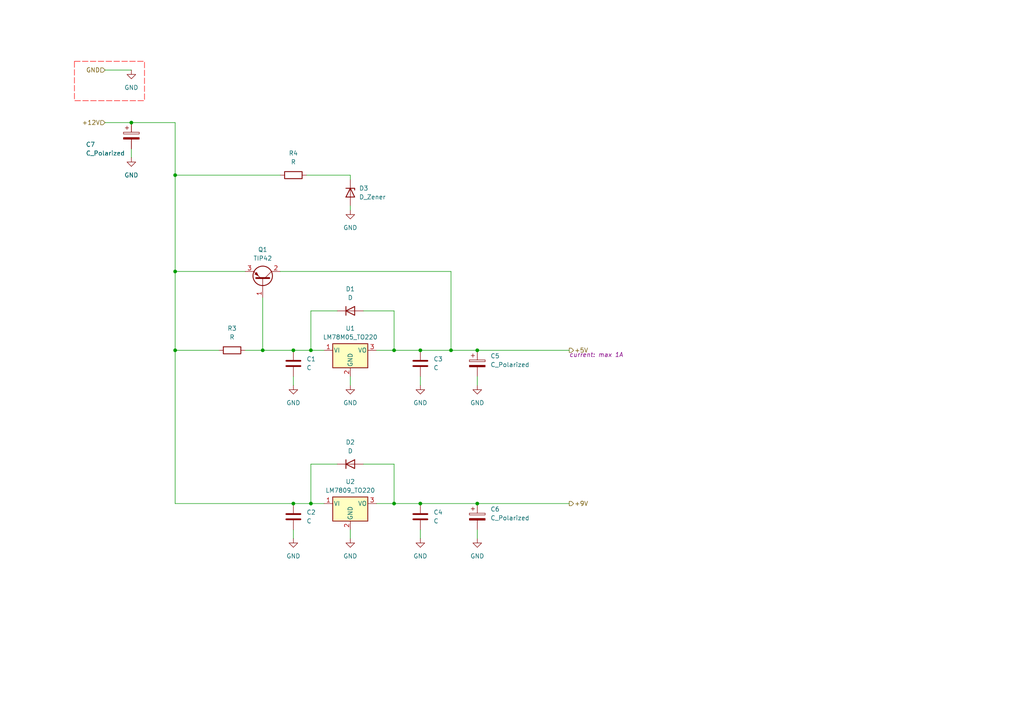
<source format=kicad_sch>
(kicad_sch
	(version 20250114)
	(generator "eeschema")
	(generator_version "9.0")
	(uuid "5ca70ecd-8029-4197-a007-61616533d853")
	(paper "A4")
	(title_block
		(title "POWER SUPPLY")
		(date "2025-09-25")
		(rev "v0.0.2")
		(company "Dag-Electronics")
	)
	(lib_symbols
		(symbol "Device:C"
			(pin_numbers
				(hide yes)
			)
			(pin_names
				(offset 0.254)
			)
			(exclude_from_sim no)
			(in_bom yes)
			(on_board yes)
			(property "Reference" "C"
				(at 0.635 2.54 0)
				(effects
					(font
						(size 1.27 1.27)
					)
					(justify left)
				)
			)
			(property "Value" "C"
				(at 0.635 -2.54 0)
				(effects
					(font
						(size 1.27 1.27)
					)
					(justify left)
				)
			)
			(property "Footprint" ""
				(at 0.9652 -3.81 0)
				(effects
					(font
						(size 1.27 1.27)
					)
					(hide yes)
				)
			)
			(property "Datasheet" "~"
				(at 0 0 0)
				(effects
					(font
						(size 1.27 1.27)
					)
					(hide yes)
				)
			)
			(property "Description" "Unpolarized capacitor"
				(at 0 0 0)
				(effects
					(font
						(size 1.27 1.27)
					)
					(hide yes)
				)
			)
			(property "ki_keywords" "cap capacitor"
				(at 0 0 0)
				(effects
					(font
						(size 1.27 1.27)
					)
					(hide yes)
				)
			)
			(property "ki_fp_filters" "C_*"
				(at 0 0 0)
				(effects
					(font
						(size 1.27 1.27)
					)
					(hide yes)
				)
			)
			(symbol "C_0_1"
				(polyline
					(pts
						(xy -2.032 0.762) (xy 2.032 0.762)
					)
					(stroke
						(width 0.508)
						(type default)
					)
					(fill
						(type none)
					)
				)
				(polyline
					(pts
						(xy -2.032 -0.762) (xy 2.032 -0.762)
					)
					(stroke
						(width 0.508)
						(type default)
					)
					(fill
						(type none)
					)
				)
			)
			(symbol "C_1_1"
				(pin passive line
					(at 0 3.81 270)
					(length 2.794)
					(name "~"
						(effects
							(font
								(size 1.27 1.27)
							)
						)
					)
					(number "1"
						(effects
							(font
								(size 1.27 1.27)
							)
						)
					)
				)
				(pin passive line
					(at 0 -3.81 90)
					(length 2.794)
					(name "~"
						(effects
							(font
								(size 1.27 1.27)
							)
						)
					)
					(number "2"
						(effects
							(font
								(size 1.27 1.27)
							)
						)
					)
				)
			)
			(embedded_fonts no)
		)
		(symbol "Device:C_Polarized"
			(pin_numbers
				(hide yes)
			)
			(pin_names
				(offset 0.254)
			)
			(exclude_from_sim no)
			(in_bom yes)
			(on_board yes)
			(property "Reference" "C"
				(at 0.635 2.54 0)
				(effects
					(font
						(size 1.27 1.27)
					)
					(justify left)
				)
			)
			(property "Value" "C_Polarized"
				(at 0.635 -2.54 0)
				(effects
					(font
						(size 1.27 1.27)
					)
					(justify left)
				)
			)
			(property "Footprint" ""
				(at 0.9652 -3.81 0)
				(effects
					(font
						(size 1.27 1.27)
					)
					(hide yes)
				)
			)
			(property "Datasheet" "~"
				(at 0 0 0)
				(effects
					(font
						(size 1.27 1.27)
					)
					(hide yes)
				)
			)
			(property "Description" "Polarized capacitor"
				(at 0 0 0)
				(effects
					(font
						(size 1.27 1.27)
					)
					(hide yes)
				)
			)
			(property "ki_keywords" "cap capacitor"
				(at 0 0 0)
				(effects
					(font
						(size 1.27 1.27)
					)
					(hide yes)
				)
			)
			(property "ki_fp_filters" "CP_*"
				(at 0 0 0)
				(effects
					(font
						(size 1.27 1.27)
					)
					(hide yes)
				)
			)
			(symbol "C_Polarized_0_1"
				(rectangle
					(start -2.286 0.508)
					(end 2.286 1.016)
					(stroke
						(width 0)
						(type default)
					)
					(fill
						(type none)
					)
				)
				(polyline
					(pts
						(xy -1.778 2.286) (xy -0.762 2.286)
					)
					(stroke
						(width 0)
						(type default)
					)
					(fill
						(type none)
					)
				)
				(polyline
					(pts
						(xy -1.27 2.794) (xy -1.27 1.778)
					)
					(stroke
						(width 0)
						(type default)
					)
					(fill
						(type none)
					)
				)
				(rectangle
					(start 2.286 -0.508)
					(end -2.286 -1.016)
					(stroke
						(width 0)
						(type default)
					)
					(fill
						(type outline)
					)
				)
			)
			(symbol "C_Polarized_1_1"
				(pin passive line
					(at 0 3.81 270)
					(length 2.794)
					(name "~"
						(effects
							(font
								(size 1.27 1.27)
							)
						)
					)
					(number "1"
						(effects
							(font
								(size 1.27 1.27)
							)
						)
					)
				)
				(pin passive line
					(at 0 -3.81 90)
					(length 2.794)
					(name "~"
						(effects
							(font
								(size 1.27 1.27)
							)
						)
					)
					(number "2"
						(effects
							(font
								(size 1.27 1.27)
							)
						)
					)
				)
			)
			(embedded_fonts no)
		)
		(symbol "Device:D"
			(pin_numbers
				(hide yes)
			)
			(pin_names
				(offset 1.016)
				(hide yes)
			)
			(exclude_from_sim no)
			(in_bom yes)
			(on_board yes)
			(property "Reference" "D"
				(at 0 2.54 0)
				(effects
					(font
						(size 1.27 1.27)
					)
				)
			)
			(property "Value" "D"
				(at 0 -2.54 0)
				(effects
					(font
						(size 1.27 1.27)
					)
				)
			)
			(property "Footprint" ""
				(at 0 0 0)
				(effects
					(font
						(size 1.27 1.27)
					)
					(hide yes)
				)
			)
			(property "Datasheet" "~"
				(at 0 0 0)
				(effects
					(font
						(size 1.27 1.27)
					)
					(hide yes)
				)
			)
			(property "Description" "Diode"
				(at 0 0 0)
				(effects
					(font
						(size 1.27 1.27)
					)
					(hide yes)
				)
			)
			(property "Sim.Device" "D"
				(at 0 0 0)
				(effects
					(font
						(size 1.27 1.27)
					)
					(hide yes)
				)
			)
			(property "Sim.Pins" "1=K 2=A"
				(at 0 0 0)
				(effects
					(font
						(size 1.27 1.27)
					)
					(hide yes)
				)
			)
			(property "ki_keywords" "diode"
				(at 0 0 0)
				(effects
					(font
						(size 1.27 1.27)
					)
					(hide yes)
				)
			)
			(property "ki_fp_filters" "TO-???* *_Diode_* *SingleDiode* D_*"
				(at 0 0 0)
				(effects
					(font
						(size 1.27 1.27)
					)
					(hide yes)
				)
			)
			(symbol "D_0_1"
				(polyline
					(pts
						(xy -1.27 1.27) (xy -1.27 -1.27)
					)
					(stroke
						(width 0.254)
						(type default)
					)
					(fill
						(type none)
					)
				)
				(polyline
					(pts
						(xy 1.27 1.27) (xy 1.27 -1.27) (xy -1.27 0) (xy 1.27 1.27)
					)
					(stroke
						(width 0.254)
						(type default)
					)
					(fill
						(type none)
					)
				)
				(polyline
					(pts
						(xy 1.27 0) (xy -1.27 0)
					)
					(stroke
						(width 0)
						(type default)
					)
					(fill
						(type none)
					)
				)
			)
			(symbol "D_1_1"
				(pin passive line
					(at -3.81 0 0)
					(length 2.54)
					(name "K"
						(effects
							(font
								(size 1.27 1.27)
							)
						)
					)
					(number "1"
						(effects
							(font
								(size 1.27 1.27)
							)
						)
					)
				)
				(pin passive line
					(at 3.81 0 180)
					(length 2.54)
					(name "A"
						(effects
							(font
								(size 1.27 1.27)
							)
						)
					)
					(number "2"
						(effects
							(font
								(size 1.27 1.27)
							)
						)
					)
				)
			)
			(embedded_fonts no)
		)
		(symbol "Device:D_Zener"
			(pin_numbers
				(hide yes)
			)
			(pin_names
				(offset 1.016)
				(hide yes)
			)
			(exclude_from_sim no)
			(in_bom yes)
			(on_board yes)
			(property "Reference" "D"
				(at 0 2.54 0)
				(effects
					(font
						(size 1.27 1.27)
					)
				)
			)
			(property "Value" "D_Zener"
				(at 0 -2.54 0)
				(effects
					(font
						(size 1.27 1.27)
					)
				)
			)
			(property "Footprint" ""
				(at 0 0 0)
				(effects
					(font
						(size 1.27 1.27)
					)
					(hide yes)
				)
			)
			(property "Datasheet" "~"
				(at 0 0 0)
				(effects
					(font
						(size 1.27 1.27)
					)
					(hide yes)
				)
			)
			(property "Description" "Zener diode"
				(at 0 0 0)
				(effects
					(font
						(size 1.27 1.27)
					)
					(hide yes)
				)
			)
			(property "ki_keywords" "diode"
				(at 0 0 0)
				(effects
					(font
						(size 1.27 1.27)
					)
					(hide yes)
				)
			)
			(property "ki_fp_filters" "TO-???* *_Diode_* *SingleDiode* D_*"
				(at 0 0 0)
				(effects
					(font
						(size 1.27 1.27)
					)
					(hide yes)
				)
			)
			(symbol "D_Zener_0_1"
				(polyline
					(pts
						(xy -1.27 -1.27) (xy -1.27 1.27) (xy -0.762 1.27)
					)
					(stroke
						(width 0.254)
						(type default)
					)
					(fill
						(type none)
					)
				)
				(polyline
					(pts
						(xy 1.27 0) (xy -1.27 0)
					)
					(stroke
						(width 0)
						(type default)
					)
					(fill
						(type none)
					)
				)
				(polyline
					(pts
						(xy 1.27 -1.27) (xy 1.27 1.27) (xy -1.27 0) (xy 1.27 -1.27)
					)
					(stroke
						(width 0.254)
						(type default)
					)
					(fill
						(type none)
					)
				)
			)
			(symbol "D_Zener_1_1"
				(pin passive line
					(at -3.81 0 0)
					(length 2.54)
					(name "K"
						(effects
							(font
								(size 1.27 1.27)
							)
						)
					)
					(number "1"
						(effects
							(font
								(size 1.27 1.27)
							)
						)
					)
				)
				(pin passive line
					(at 3.81 0 180)
					(length 2.54)
					(name "A"
						(effects
							(font
								(size 1.27 1.27)
							)
						)
					)
					(number "2"
						(effects
							(font
								(size 1.27 1.27)
							)
						)
					)
				)
			)
			(embedded_fonts no)
		)
		(symbol "Device:R"
			(pin_numbers
				(hide yes)
			)
			(pin_names
				(offset 0)
			)
			(exclude_from_sim no)
			(in_bom yes)
			(on_board yes)
			(property "Reference" "R"
				(at 2.032 0 90)
				(effects
					(font
						(size 1.27 1.27)
					)
				)
			)
			(property "Value" "R"
				(at 0 0 90)
				(effects
					(font
						(size 1.27 1.27)
					)
				)
			)
			(property "Footprint" ""
				(at -1.778 0 90)
				(effects
					(font
						(size 1.27 1.27)
					)
					(hide yes)
				)
			)
			(property "Datasheet" "~"
				(at 0 0 0)
				(effects
					(font
						(size 1.27 1.27)
					)
					(hide yes)
				)
			)
			(property "Description" "Resistor"
				(at 0 0 0)
				(effects
					(font
						(size 1.27 1.27)
					)
					(hide yes)
				)
			)
			(property "ki_keywords" "R res resistor"
				(at 0 0 0)
				(effects
					(font
						(size 1.27 1.27)
					)
					(hide yes)
				)
			)
			(property "ki_fp_filters" "R_*"
				(at 0 0 0)
				(effects
					(font
						(size 1.27 1.27)
					)
					(hide yes)
				)
			)
			(symbol "R_0_1"
				(rectangle
					(start -1.016 -2.54)
					(end 1.016 2.54)
					(stroke
						(width 0.254)
						(type default)
					)
					(fill
						(type none)
					)
				)
			)
			(symbol "R_1_1"
				(pin passive line
					(at 0 3.81 270)
					(length 1.27)
					(name "~"
						(effects
							(font
								(size 1.27 1.27)
							)
						)
					)
					(number "1"
						(effects
							(font
								(size 1.27 1.27)
							)
						)
					)
				)
				(pin passive line
					(at 0 -3.81 90)
					(length 1.27)
					(name "~"
						(effects
							(font
								(size 1.27 1.27)
							)
						)
					)
					(number "2"
						(effects
							(font
								(size 1.27 1.27)
							)
						)
					)
				)
			)
			(embedded_fonts no)
		)
		(symbol "Regulator_Linear:LM7809_TO220"
			(pin_names
				(offset 0.254)
			)
			(exclude_from_sim no)
			(in_bom yes)
			(on_board yes)
			(property "Reference" "U"
				(at -3.81 3.175 0)
				(effects
					(font
						(size 1.27 1.27)
					)
				)
			)
			(property "Value" "LM7809_TO220"
				(at 0 3.175 0)
				(effects
					(font
						(size 1.27 1.27)
					)
					(justify left)
				)
			)
			(property "Footprint" "Package_TO_SOT_THT:TO-220-3_Vertical"
				(at 0 5.715 0)
				(effects
					(font
						(size 1.27 1.27)
						(italic yes)
					)
					(hide yes)
				)
			)
			(property "Datasheet" "https://www.onsemi.cn/PowerSolutions/document/MC7800-D.PDF"
				(at 0 -1.27 0)
				(effects
					(font
						(size 1.27 1.27)
					)
					(hide yes)
				)
			)
			(property "Description" "Positive 1A 35V Linear Regulator, Fixed Output 9V, TO-220"
				(at 0 0 0)
				(effects
					(font
						(size 1.27 1.27)
					)
					(hide yes)
				)
			)
			(property "ki_keywords" "Voltage Regulator 1A Positive"
				(at 0 0 0)
				(effects
					(font
						(size 1.27 1.27)
					)
					(hide yes)
				)
			)
			(property "ki_fp_filters" "TO?220*"
				(at 0 0 0)
				(effects
					(font
						(size 1.27 1.27)
					)
					(hide yes)
				)
			)
			(symbol "LM7809_TO220_0_1"
				(rectangle
					(start -5.08 1.905)
					(end 5.08 -5.08)
					(stroke
						(width 0.254)
						(type default)
					)
					(fill
						(type background)
					)
				)
			)
			(symbol "LM7809_TO220_1_1"
				(pin power_in line
					(at -7.62 0 0)
					(length 2.54)
					(name "VI"
						(effects
							(font
								(size 1.27 1.27)
							)
						)
					)
					(number "1"
						(effects
							(font
								(size 1.27 1.27)
							)
						)
					)
				)
				(pin power_in line
					(at 0 -7.62 90)
					(length 2.54)
					(name "GND"
						(effects
							(font
								(size 1.27 1.27)
							)
						)
					)
					(number "2"
						(effects
							(font
								(size 1.27 1.27)
							)
						)
					)
				)
				(pin power_out line
					(at 7.62 0 180)
					(length 2.54)
					(name "VO"
						(effects
							(font
								(size 1.27 1.27)
							)
						)
					)
					(number "3"
						(effects
							(font
								(size 1.27 1.27)
							)
						)
					)
				)
			)
			(embedded_fonts no)
		)
		(symbol "Regulator_Linear:LM78M05_TO220"
			(pin_names
				(offset 0.254)
			)
			(exclude_from_sim no)
			(in_bom yes)
			(on_board yes)
			(property "Reference" "U"
				(at -3.81 3.175 0)
				(effects
					(font
						(size 1.27 1.27)
					)
				)
			)
			(property "Value" "LM78M05_TO220"
				(at 0 3.175 0)
				(effects
					(font
						(size 1.27 1.27)
					)
					(justify left)
				)
			)
			(property "Footprint" "Package_TO_SOT_THT:TO-220-3_Vertical"
				(at 0 5.715 0)
				(effects
					(font
						(size 1.27 1.27)
						(italic yes)
					)
					(hide yes)
				)
			)
			(property "Datasheet" "https://www.onsemi.com/pub/Collateral/MC78M00-D.PDF"
				(at 0 -1.27 0)
				(effects
					(font
						(size 1.27 1.27)
					)
					(hide yes)
				)
			)
			(property "Description" "Positive 500mA 35V Linear Regulator, Fixed Output 5V, TO-220"
				(at 0 0 0)
				(effects
					(font
						(size 1.27 1.27)
					)
					(hide yes)
				)
			)
			(property "ki_keywords" "Voltage Regulator 500mA Positive"
				(at 0 0 0)
				(effects
					(font
						(size 1.27 1.27)
					)
					(hide yes)
				)
			)
			(property "ki_fp_filters" "TO?220*"
				(at 0 0 0)
				(effects
					(font
						(size 1.27 1.27)
					)
					(hide yes)
				)
			)
			(symbol "LM78M05_TO220_0_1"
				(rectangle
					(start -5.08 1.905)
					(end 5.08 -5.08)
					(stroke
						(width 0.254)
						(type default)
					)
					(fill
						(type background)
					)
				)
			)
			(symbol "LM78M05_TO220_1_1"
				(pin power_in line
					(at -7.62 0 0)
					(length 2.54)
					(name "VI"
						(effects
							(font
								(size 1.27 1.27)
							)
						)
					)
					(number "1"
						(effects
							(font
								(size 1.27 1.27)
							)
						)
					)
				)
				(pin power_in line
					(at 0 -7.62 90)
					(length 2.54)
					(name "GND"
						(effects
							(font
								(size 1.27 1.27)
							)
						)
					)
					(number "2"
						(effects
							(font
								(size 1.27 1.27)
							)
						)
					)
				)
				(pin power_out line
					(at 7.62 0 180)
					(length 2.54)
					(name "VO"
						(effects
							(font
								(size 1.27 1.27)
							)
						)
					)
					(number "3"
						(effects
							(font
								(size 1.27 1.27)
							)
						)
					)
				)
			)
			(embedded_fonts no)
		)
		(symbol "Transistor_BJT:TIP42"
			(pin_names
				(offset 0)
				(hide yes)
			)
			(exclude_from_sim no)
			(in_bom yes)
			(on_board yes)
			(property "Reference" "Q"
				(at 6.35 1.905 0)
				(effects
					(font
						(size 1.27 1.27)
					)
					(justify left)
				)
			)
			(property "Value" "TIP42"
				(at 6.35 0 0)
				(effects
					(font
						(size 1.27 1.27)
					)
					(justify left)
				)
			)
			(property "Footprint" "Package_TO_SOT_THT:TO-220-3_Vertical"
				(at 6.35 -1.905 0)
				(effects
					(font
						(size 1.27 1.27)
						(italic yes)
					)
					(justify left)
					(hide yes)
				)
			)
			(property "Datasheet" "https://www.centralsemi.com/get_document.php?cmp=1&mergetype=pd&mergepath=pd&pdf_id=TIP42.PDF"
				(at 0 0 0)
				(effects
					(font
						(size 1.27 1.27)
					)
					(justify left)
					(hide yes)
				)
			)
			(property "Description" "-6A Ic, -40V Vce, Power PNP Transistor, TO-220"
				(at 0 0 0)
				(effects
					(font
						(size 1.27 1.27)
					)
					(hide yes)
				)
			)
			(property "ki_keywords" "power PNP Transistor"
				(at 0 0 0)
				(effects
					(font
						(size 1.27 1.27)
					)
					(hide yes)
				)
			)
			(property "ki_fp_filters" "TO?220*"
				(at 0 0 0)
				(effects
					(font
						(size 1.27 1.27)
					)
					(hide yes)
				)
			)
			(symbol "TIP42_0_1"
				(polyline
					(pts
						(xy -2.54 0) (xy 0.635 0)
					)
					(stroke
						(width 0)
						(type default)
					)
					(fill
						(type none)
					)
				)
				(polyline
					(pts
						(xy 0.635 1.905) (xy 0.635 -1.905)
					)
					(stroke
						(width 0.508)
						(type default)
					)
					(fill
						(type none)
					)
				)
				(polyline
					(pts
						(xy 0.635 0.635) (xy 2.54 2.54)
					)
					(stroke
						(width 0)
						(type default)
					)
					(fill
						(type none)
					)
				)
				(polyline
					(pts
						(xy 0.635 -0.635) (xy 2.54 -2.54)
					)
					(stroke
						(width 0)
						(type default)
					)
					(fill
						(type none)
					)
				)
				(circle
					(center 1.27 0)
					(radius 2.8194)
					(stroke
						(width 0.254)
						(type default)
					)
					(fill
						(type none)
					)
				)
				(polyline
					(pts
						(xy 2.286 -1.778) (xy 1.778 -2.286) (xy 1.27 -1.27) (xy 2.286 -1.778)
					)
					(stroke
						(width 0)
						(type default)
					)
					(fill
						(type outline)
					)
				)
			)
			(symbol "TIP42_1_1"
				(pin input line
					(at -5.08 0 0)
					(length 2.54)
					(name "B"
						(effects
							(font
								(size 1.27 1.27)
							)
						)
					)
					(number "1"
						(effects
							(font
								(size 1.27 1.27)
							)
						)
					)
				)
				(pin passive line
					(at 2.54 5.08 270)
					(length 2.54)
					(name "C"
						(effects
							(font
								(size 1.27 1.27)
							)
						)
					)
					(number "2"
						(effects
							(font
								(size 1.27 1.27)
							)
						)
					)
				)
				(pin passive line
					(at 2.54 -5.08 90)
					(length 2.54)
					(name "E"
						(effects
							(font
								(size 1.27 1.27)
							)
						)
					)
					(number "3"
						(effects
							(font
								(size 1.27 1.27)
							)
						)
					)
				)
			)
			(embedded_fonts no)
		)
		(symbol "power:GND"
			(power)
			(pin_numbers
				(hide yes)
			)
			(pin_names
				(offset 0)
				(hide yes)
			)
			(exclude_from_sim no)
			(in_bom yes)
			(on_board yes)
			(property "Reference" "#PWR"
				(at 0 -6.35 0)
				(effects
					(font
						(size 1.27 1.27)
					)
					(hide yes)
				)
			)
			(property "Value" "GND"
				(at 0 -3.81 0)
				(effects
					(font
						(size 1.27 1.27)
					)
				)
			)
			(property "Footprint" ""
				(at 0 0 0)
				(effects
					(font
						(size 1.27 1.27)
					)
					(hide yes)
				)
			)
			(property "Datasheet" ""
				(at 0 0 0)
				(effects
					(font
						(size 1.27 1.27)
					)
					(hide yes)
				)
			)
			(property "Description" "Power symbol creates a global label with name \"GND\" , ground"
				(at 0 0 0)
				(effects
					(font
						(size 1.27 1.27)
					)
					(hide yes)
				)
			)
			(property "ki_keywords" "global power"
				(at 0 0 0)
				(effects
					(font
						(size 1.27 1.27)
					)
					(hide yes)
				)
			)
			(symbol "GND_0_1"
				(polyline
					(pts
						(xy 0 0) (xy 0 -1.27) (xy 1.27 -1.27) (xy 0 -2.54) (xy -1.27 -1.27) (xy 0 -1.27)
					)
					(stroke
						(width 0)
						(type default)
					)
					(fill
						(type none)
					)
				)
			)
			(symbol "GND_1_1"
				(pin power_in line
					(at 0 0 270)
					(length 0)
					(name "~"
						(effects
							(font
								(size 1.27 1.27)
							)
						)
					)
					(number "1"
						(effects
							(font
								(size 1.27 1.27)
							)
						)
					)
				)
			)
			(embedded_fonts no)
		)
	)
	(junction
		(at 90.17 101.6)
		(diameter 0)
		(color 0 0 0 0)
		(uuid "07583e84-1754-4e46-9658-156c99f6e59b")
	)
	(junction
		(at 90.17 146.05)
		(diameter 0)
		(color 0 0 0 0)
		(uuid "282abf46-1784-4123-8ff9-b8735ea56c18")
	)
	(junction
		(at 85.09 146.05)
		(diameter 0)
		(color 0 0 0 0)
		(uuid "38d03d2f-0ff8-4963-b322-8db9fd889323")
	)
	(junction
		(at 38.1 35.56)
		(diameter 0)
		(color 0 0 0 0)
		(uuid "399d5f14-12da-4338-aa9b-c4c9d120dbcd")
	)
	(junction
		(at 50.8 101.6)
		(diameter 0)
		(color 0 0 0 0)
		(uuid "4ef9dbd3-180e-4510-9c3b-8e5b777e7d3a")
	)
	(junction
		(at 76.2 101.6)
		(diameter 0)
		(color 0 0 0 0)
		(uuid "8051cd6a-08d1-4b33-95a1-a264ca08d07f")
	)
	(junction
		(at 114.3 101.6)
		(diameter 0)
		(color 0 0 0 0)
		(uuid "8a6749db-54cd-45c5-a689-d3b4defbd432")
	)
	(junction
		(at 138.43 101.6)
		(diameter 0)
		(color 0 0 0 0)
		(uuid "97412ae8-1371-453e-a885-2731386ceb24")
	)
	(junction
		(at 121.92 146.05)
		(diameter 0)
		(color 0 0 0 0)
		(uuid "9f8b18dd-dca1-465d-8d95-77d6a45d4339")
	)
	(junction
		(at 114.3 146.05)
		(diameter 0)
		(color 0 0 0 0)
		(uuid "a2ab1a6d-ca80-41a4-8d8b-49e1fa934282")
	)
	(junction
		(at 121.92 101.6)
		(diameter 0)
		(color 0 0 0 0)
		(uuid "b7b7c4a8-aea0-40ad-b020-901e09fed31f")
	)
	(junction
		(at 130.81 101.6)
		(diameter 0)
		(color 0 0 0 0)
		(uuid "cad136bd-129b-45cf-ad00-160a5a4e1775")
	)
	(junction
		(at 138.43 146.05)
		(diameter 0)
		(color 0 0 0 0)
		(uuid "ddea5a46-8b3e-49ef-acd9-d6fbd5630b82")
	)
	(junction
		(at 85.09 101.6)
		(diameter 0)
		(color 0 0 0 0)
		(uuid "de535f81-10d9-490f-8b5c-61955ccca6b5")
	)
	(junction
		(at 50.8 50.8)
		(diameter 0)
		(color 0 0 0 0)
		(uuid "ed212987-aba6-45d9-985a-ff02e4bdde83")
	)
	(junction
		(at 50.8 78.74)
		(diameter 0)
		(color 0 0 0 0)
		(uuid "f33dfd95-dd52-408e-9b1e-c4684c747fbb")
	)
	(wire
		(pts
			(xy 76.2 101.6) (xy 85.09 101.6)
		)
		(stroke
			(width 0)
			(type default)
		)
		(uuid "012b9db3-dcde-44b3-a24d-a9c8e2ce924d")
	)
	(wire
		(pts
			(xy 38.1 43.18) (xy 38.1 45.72)
		)
		(stroke
			(width 0)
			(type default)
		)
		(uuid "02a9fd8a-ed7d-4148-bba5-23f24bd59d7c")
	)
	(wire
		(pts
			(xy 85.09 101.6) (xy 90.17 101.6)
		)
		(stroke
			(width 0)
			(type default)
		)
		(uuid "05182041-08af-4cae-a647-e5269bb2c0a6")
	)
	(wire
		(pts
			(xy 90.17 101.6) (xy 93.98 101.6)
		)
		(stroke
			(width 0)
			(type default)
		)
		(uuid "06bdf43c-46ea-4d9e-8409-2d02efab861b")
	)
	(wire
		(pts
			(xy 81.28 78.74) (xy 130.81 78.74)
		)
		(stroke
			(width 0)
			(type default)
		)
		(uuid "0f0eb32a-3c15-42f5-a143-8743ccb1b924")
	)
	(wire
		(pts
			(xy 121.92 146.05) (xy 138.43 146.05)
		)
		(stroke
			(width 0)
			(type default)
		)
		(uuid "10fab8a9-a77a-40ed-b1d3-c3fd379deb04")
	)
	(wire
		(pts
			(xy 85.09 109.22) (xy 85.09 111.76)
		)
		(stroke
			(width 0)
			(type default)
		)
		(uuid "17c51987-70ab-424d-ab4a-820d25e02aa5")
	)
	(wire
		(pts
			(xy 85.09 153.67) (xy 85.09 156.21)
		)
		(stroke
			(width 0)
			(type default)
		)
		(uuid "1de00e91-cc52-4cdc-ba32-86fcac85bd7b")
	)
	(wire
		(pts
			(xy 138.43 146.05) (xy 165.1 146.05)
		)
		(stroke
			(width 0)
			(type default)
		)
		(uuid "20a3018d-405d-418d-9f6e-33f51bafd1dc")
	)
	(wire
		(pts
			(xy 101.6 153.67) (xy 101.6 156.21)
		)
		(stroke
			(width 0)
			(type default)
		)
		(uuid "27f899aa-cb8b-48d3-a6c8-83a806a76b16")
	)
	(wire
		(pts
			(xy 138.43 109.22) (xy 138.43 111.76)
		)
		(stroke
			(width 0)
			(type default)
		)
		(uuid "2835adb0-0436-468f-9e17-4ed638d25159")
	)
	(wire
		(pts
			(xy 85.09 146.05) (xy 90.17 146.05)
		)
		(stroke
			(width 0)
			(type default)
		)
		(uuid "2d2f37e8-9509-411e-a009-f2391841c8e8")
	)
	(wire
		(pts
			(xy 30.48 20.32) (xy 38.1 20.32)
		)
		(stroke
			(width 0)
			(type default)
		)
		(uuid "34b1d492-a206-4ad3-8303-37529a7865a0")
	)
	(wire
		(pts
			(xy 101.6 50.8) (xy 101.6 52.07)
		)
		(stroke
			(width 0)
			(type default)
		)
		(uuid "3b81e24b-2e4e-48e8-b69b-bdb97c57e3ec")
	)
	(wire
		(pts
			(xy 101.6 109.22) (xy 101.6 111.76)
		)
		(stroke
			(width 0)
			(type default)
		)
		(uuid "4513abbb-52a1-4d05-a969-dc45bb160253")
	)
	(wire
		(pts
			(xy 109.22 101.6) (xy 114.3 101.6)
		)
		(stroke
			(width 0)
			(type default)
		)
		(uuid "4a5f7576-37b0-4157-8a6b-937db7e9096c")
	)
	(wire
		(pts
			(xy 71.12 101.6) (xy 76.2 101.6)
		)
		(stroke
			(width 0)
			(type default)
		)
		(uuid "53d28626-6df7-4529-a580-fca652e01b10")
	)
	(wire
		(pts
			(xy 138.43 101.6) (xy 165.1 101.6)
		)
		(stroke
			(width 0)
			(type default)
		)
		(uuid "568b6a7a-7b94-4255-bb69-aacf400bcc45")
	)
	(wire
		(pts
			(xy 114.3 146.05) (xy 121.92 146.05)
		)
		(stroke
			(width 0)
			(type default)
		)
		(uuid "5f20e70f-f227-4bc2-86fb-a4c66e29df30")
	)
	(wire
		(pts
			(xy 114.3 90.17) (xy 114.3 101.6)
		)
		(stroke
			(width 0)
			(type default)
		)
		(uuid "6910c4fa-1ded-41ea-aa80-857fb31b9537")
	)
	(wire
		(pts
			(xy 90.17 90.17) (xy 90.17 101.6)
		)
		(stroke
			(width 0)
			(type default)
		)
		(uuid "6aea8f24-528c-4d5a-a023-c403cafac45c")
	)
	(wire
		(pts
			(xy 50.8 78.74) (xy 50.8 101.6)
		)
		(stroke
			(width 0)
			(type default)
		)
		(uuid "6b43940b-218e-4038-bd4c-e2f7594b5dac")
	)
	(wire
		(pts
			(xy 50.8 101.6) (xy 63.5 101.6)
		)
		(stroke
			(width 0)
			(type default)
		)
		(uuid "6b7fa057-95ad-4a9f-9864-2e2580ee1c36")
	)
	(wire
		(pts
			(xy 130.81 78.74) (xy 130.81 101.6)
		)
		(stroke
			(width 0)
			(type default)
		)
		(uuid "6dc9e963-66a8-45ac-8736-1b4d61874a7d")
	)
	(wire
		(pts
			(xy 101.6 59.69) (xy 101.6 60.96)
		)
		(stroke
			(width 0)
			(type default)
		)
		(uuid "70f4058f-bc91-4b26-9932-b9962038164f")
	)
	(wire
		(pts
			(xy 105.41 90.17) (xy 114.3 90.17)
		)
		(stroke
			(width 0)
			(type default)
		)
		(uuid "741f0a9f-477f-42e6-ae96-d98d585a7418")
	)
	(wire
		(pts
			(xy 130.81 101.6) (xy 138.43 101.6)
		)
		(stroke
			(width 0)
			(type default)
		)
		(uuid "7e5c0ffe-af24-4810-98f0-d5ea15352597")
	)
	(wire
		(pts
			(xy 97.79 134.62) (xy 90.17 134.62)
		)
		(stroke
			(width 0)
			(type default)
		)
		(uuid "8253a505-e90b-4313-9bcb-994c9abb7fa6")
	)
	(wire
		(pts
			(xy 88.9 50.8) (xy 101.6 50.8)
		)
		(stroke
			(width 0)
			(type default)
		)
		(uuid "874cd454-f0c4-455c-aa71-fa27a8527e4d")
	)
	(wire
		(pts
			(xy 138.43 153.67) (xy 138.43 156.21)
		)
		(stroke
			(width 0)
			(type default)
		)
		(uuid "93967cf1-c137-4d91-b3c1-b8df8c220c06")
	)
	(wire
		(pts
			(xy 90.17 146.05) (xy 93.98 146.05)
		)
		(stroke
			(width 0)
			(type default)
		)
		(uuid "969fe0ea-385e-4616-84b4-ec7579413a0a")
	)
	(wire
		(pts
			(xy 50.8 78.74) (xy 71.12 78.74)
		)
		(stroke
			(width 0)
			(type default)
		)
		(uuid "98489df1-67c5-48f9-a65f-421e392f7463")
	)
	(wire
		(pts
			(xy 50.8 146.05) (xy 85.09 146.05)
		)
		(stroke
			(width 0)
			(type default)
		)
		(uuid "99396eb4-64be-4cf4-ba9c-778188ff20c2")
	)
	(wire
		(pts
			(xy 114.3 101.6) (xy 121.92 101.6)
		)
		(stroke
			(width 0)
			(type default)
		)
		(uuid "99bd1ed2-7b8b-410a-88eb-a3951c7dfc7d")
	)
	(wire
		(pts
			(xy 121.92 153.67) (xy 121.92 156.21)
		)
		(stroke
			(width 0)
			(type default)
		)
		(uuid "9eb3bd86-041c-4c4f-af0a-595d5ec058df")
	)
	(wire
		(pts
			(xy 109.22 146.05) (xy 114.3 146.05)
		)
		(stroke
			(width 0)
			(type default)
		)
		(uuid "a1698f81-fd24-4328-81a1-4fab41f04fe0")
	)
	(wire
		(pts
			(xy 50.8 101.6) (xy 50.8 146.05)
		)
		(stroke
			(width 0)
			(type default)
		)
		(uuid "aee3ac71-ab7b-43d9-afc5-b9d3dab1babf")
	)
	(wire
		(pts
			(xy 121.92 101.6) (xy 130.81 101.6)
		)
		(stroke
			(width 0)
			(type default)
		)
		(uuid "b1c51340-2c04-4198-bd52-991e8ed93e01")
	)
	(wire
		(pts
			(xy 38.1 35.56) (xy 50.8 35.56)
		)
		(stroke
			(width 0)
			(type default)
		)
		(uuid "c1985b10-bcdb-47c7-8465-57a4e73b5b57")
	)
	(wire
		(pts
			(xy 121.92 109.22) (xy 121.92 111.76)
		)
		(stroke
			(width 0)
			(type default)
		)
		(uuid "c1fa1483-7833-425c-b491-1e7cbe5044b8")
	)
	(wire
		(pts
			(xy 97.79 90.17) (xy 90.17 90.17)
		)
		(stroke
			(width 0)
			(type default)
		)
		(uuid "ca2a58ab-24df-43a0-83a5-5bf0c04db7eb")
	)
	(wire
		(pts
			(xy 114.3 134.62) (xy 105.41 134.62)
		)
		(stroke
			(width 0)
			(type default)
		)
		(uuid "cb266be9-7f27-4e5a-8b34-691468e4276c")
	)
	(wire
		(pts
			(xy 76.2 86.36) (xy 76.2 101.6)
		)
		(stroke
			(width 0)
			(type default)
		)
		(uuid "cdb1ce28-14e2-4129-b3c2-12ed99219350")
	)
	(wire
		(pts
			(xy 50.8 35.56) (xy 50.8 50.8)
		)
		(stroke
			(width 0)
			(type default)
		)
		(uuid "d5424620-018e-4f26-ba5a-939caef2aa8e")
	)
	(wire
		(pts
			(xy 90.17 134.62) (xy 90.17 146.05)
		)
		(stroke
			(width 0)
			(type default)
		)
		(uuid "e06494e5-a2d7-4ad2-bb0a-0774cf011566")
	)
	(wire
		(pts
			(xy 30.48 35.56) (xy 38.1 35.56)
		)
		(stroke
			(width 0)
			(type default)
		)
		(uuid "e68a724f-8830-4137-9155-a9fdc0d9d999")
	)
	(wire
		(pts
			(xy 114.3 146.05) (xy 114.3 134.62)
		)
		(stroke
			(width 0)
			(type default)
		)
		(uuid "f11a45f1-c764-492b-b9e3-e62473598af6")
	)
	(wire
		(pts
			(xy 50.8 50.8) (xy 50.8 78.74)
		)
		(stroke
			(width 0)
			(type default)
		)
		(uuid "fba9a11a-d6fe-4f76-a43b-2a076e2c49b6")
	)
	(wire
		(pts
			(xy 50.8 50.8) (xy 81.28 50.8)
		)
		(stroke
			(width 0)
			(type default)
		)
		(uuid "ff284050-fc73-41dd-832a-a5b4bbad92b1")
	)
	(hierarchical_label "+5V"
		(shape output)
		(at 165.1 101.6 0)
		(fields_autoplaced yes)
		(effects
			(font
				(size 1.27 1.27)
			)
			(justify left)
		)
		(uuid "3f26e7f0-7a64-4817-8d0c-f591e7841c10")
		(property "current" "max 1A"
			(at 165.1 102.87 0)
			(show_name yes)
			(effects
				(font
					(size 1.27 1.27)
					(italic yes)
				)
				(justify left)
			)
		)
	)
	(hierarchical_label "+9V"
		(shape output)
		(at 165.1 146.05 0)
		(effects
			(font
				(size 1.27 1.27)
			)
			(justify left)
		)
		(uuid "54d6961f-83c9-46c4-b70c-32b9ce5824fb")
	)
	(hierarchical_label "+12V"
		(shape input)
		(at 30.48 35.56 180)
		(effects
			(font
				(size 1.27 1.27)
			)
			(justify right)
		)
		(uuid "5c33469f-45a9-4e38-86f6-2980d79acede")
	)
	(hierarchical_label "GND"
		(shape input)
		(at 30.48 20.32 180)
		(effects
			(font
				(size 1.27 1.27)
			)
			(justify right)
		)
		(uuid "eb70bcfa-b7e5-4d75-9520-29c025c41458")
	)
	(rule_area
		(polyline
			(pts
				(xy 21.59 17.78) (xy 41.91 17.78) (xy 41.91 29.21) (xy 21.59 29.21)
			)
			(stroke
				(width 0)
				(type dash)
			)
			(fill
				(type none)
			)
			(uuid c4be1655-437e-4603-9752-db8dd80899ac)
		)
	)
	(symbol
		(lib_id "Device:C")
		(at 85.09 105.41 0)
		(unit 1)
		(exclude_from_sim no)
		(in_bom yes)
		(on_board yes)
		(dnp no)
		(fields_autoplaced yes)
		(uuid "0ee4176b-47f0-47ae-8e36-e544429b9739")
		(property "Reference" "C1"
			(at 88.9 104.1399 0)
			(effects
				(font
					(size 1.27 1.27)
				)
				(justify left)
			)
		)
		(property "Value" "C"
			(at 88.9 106.6799 0)
			(effects
				(font
					(size 1.27 1.27)
				)
				(justify left)
			)
		)
		(property "Footprint" ""
			(at 86.0552 109.22 0)
			(effects
				(font
					(size 1.27 1.27)
				)
				(hide yes)
			)
		)
		(property "Datasheet" "~"
			(at 85.09 105.41 0)
			(effects
				(font
					(size 1.27 1.27)
				)
				(hide yes)
			)
		)
		(property "Description" "Unpolarized capacitor"
			(at 85.09 105.41 0)
			(effects
				(font
					(size 1.27 1.27)
				)
				(hide yes)
			)
		)
		(pin "2"
			(uuid "d8f36fd6-3779-43b2-95b3-b385b5cc107d")
		)
		(pin "1"
			(uuid "a617475c-04ba-4bfd-95ec-8b4a5611985a")
		)
		(instances
			(project ""
				(path "/f1ade40e-ee4b-4e00-b57d-44850604005b/39ef75b9-0ecd-4ea3-9e5a-3626455f275c"
					(reference "C1")
					(unit 1)
				)
			)
		)
	)
	(symbol
		(lib_id "power:GND")
		(at 101.6 156.21 0)
		(unit 1)
		(exclude_from_sim no)
		(in_bom yes)
		(on_board yes)
		(dnp no)
		(fields_autoplaced yes)
		(uuid "2c8e2cef-d559-4022-b384-afa97bac98ce")
		(property "Reference" "#PWR012"
			(at 101.6 162.56 0)
			(effects
				(font
					(size 1.27 1.27)
				)
				(hide yes)
			)
		)
		(property "Value" "GND"
			(at 101.6 161.29 0)
			(effects
				(font
					(size 1.27 1.27)
				)
			)
		)
		(property "Footprint" ""
			(at 101.6 156.21 0)
			(effects
				(font
					(size 1.27 1.27)
				)
				(hide yes)
			)
		)
		(property "Datasheet" ""
			(at 101.6 156.21 0)
			(effects
				(font
					(size 1.27 1.27)
				)
				(hide yes)
			)
		)
		(property "Description" "Power symbol creates a global label with name \"GND\" , ground"
			(at 101.6 156.21 0)
			(effects
				(font
					(size 1.27 1.27)
				)
				(hide yes)
			)
		)
		(pin "1"
			(uuid "b3802fce-45ec-4a71-a84b-b483836b8602")
		)
		(instances
			(project "electronics-schemas"
				(path "/f1ade40e-ee4b-4e00-b57d-44850604005b/39ef75b9-0ecd-4ea3-9e5a-3626455f275c"
					(reference "#PWR012")
					(unit 1)
				)
			)
		)
	)
	(symbol
		(lib_id "power:GND")
		(at 138.43 156.21 0)
		(unit 1)
		(exclude_from_sim no)
		(in_bom yes)
		(on_board yes)
		(dnp no)
		(fields_autoplaced yes)
		(uuid "30410d38-d55c-464c-a6a2-3358f21ad8a2")
		(property "Reference" "#PWR014"
			(at 138.43 162.56 0)
			(effects
				(font
					(size 1.27 1.27)
				)
				(hide yes)
			)
		)
		(property "Value" "GND"
			(at 138.43 161.29 0)
			(effects
				(font
					(size 1.27 1.27)
				)
			)
		)
		(property "Footprint" ""
			(at 138.43 156.21 0)
			(effects
				(font
					(size 1.27 1.27)
				)
				(hide yes)
			)
		)
		(property "Datasheet" ""
			(at 138.43 156.21 0)
			(effects
				(font
					(size 1.27 1.27)
				)
				(hide yes)
			)
		)
		(property "Description" "Power symbol creates a global label with name \"GND\" , ground"
			(at 138.43 156.21 0)
			(effects
				(font
					(size 1.27 1.27)
				)
				(hide yes)
			)
		)
		(pin "1"
			(uuid "837a2cdc-47f6-4ae2-84dc-119ee3786dc5")
		)
		(instances
			(project "electronics-schemas"
				(path "/f1ade40e-ee4b-4e00-b57d-44850604005b/39ef75b9-0ecd-4ea3-9e5a-3626455f275c"
					(reference "#PWR014")
					(unit 1)
				)
			)
		)
	)
	(symbol
		(lib_id "power:GND")
		(at 101.6 111.76 0)
		(unit 1)
		(exclude_from_sim no)
		(in_bom yes)
		(on_board yes)
		(dnp no)
		(fields_autoplaced yes)
		(uuid "3e8dfb89-c861-43c4-a7ce-fa2797ceb5ee")
		(property "Reference" "#PWR08"
			(at 101.6 118.11 0)
			(effects
				(font
					(size 1.27 1.27)
				)
				(hide yes)
			)
		)
		(property "Value" "GND"
			(at 101.6 116.84 0)
			(effects
				(font
					(size 1.27 1.27)
				)
			)
		)
		(property "Footprint" ""
			(at 101.6 111.76 0)
			(effects
				(font
					(size 1.27 1.27)
				)
				(hide yes)
			)
		)
		(property "Datasheet" ""
			(at 101.6 111.76 0)
			(effects
				(font
					(size 1.27 1.27)
				)
				(hide yes)
			)
		)
		(property "Description" "Power symbol creates a global label with name \"GND\" , ground"
			(at 101.6 111.76 0)
			(effects
				(font
					(size 1.27 1.27)
				)
				(hide yes)
			)
		)
		(pin "1"
			(uuid "60081e31-44b0-414e-8141-6e7063047a08")
		)
		(instances
			(project "electronics-schemas"
				(path "/f1ade40e-ee4b-4e00-b57d-44850604005b/39ef75b9-0ecd-4ea3-9e5a-3626455f275c"
					(reference "#PWR08")
					(unit 1)
				)
			)
		)
	)
	(symbol
		(lib_id "power:GND")
		(at 121.92 111.76 0)
		(unit 1)
		(exclude_from_sim no)
		(in_bom yes)
		(on_board yes)
		(dnp no)
		(fields_autoplaced yes)
		(uuid "5127bbff-6286-43ee-97ef-0637a0d73f2d")
		(property "Reference" "#PWR09"
			(at 121.92 118.11 0)
			(effects
				(font
					(size 1.27 1.27)
				)
				(hide yes)
			)
		)
		(property "Value" "GND"
			(at 121.92 116.84 0)
			(effects
				(font
					(size 1.27 1.27)
				)
			)
		)
		(property "Footprint" ""
			(at 121.92 111.76 0)
			(effects
				(font
					(size 1.27 1.27)
				)
				(hide yes)
			)
		)
		(property "Datasheet" ""
			(at 121.92 111.76 0)
			(effects
				(font
					(size 1.27 1.27)
				)
				(hide yes)
			)
		)
		(property "Description" "Power symbol creates a global label with name \"GND\" , ground"
			(at 121.92 111.76 0)
			(effects
				(font
					(size 1.27 1.27)
				)
				(hide yes)
			)
		)
		(pin "1"
			(uuid "c23d3d21-b0c6-4233-ac63-801440c6e77a")
		)
		(instances
			(project "electronics-schemas"
				(path "/f1ade40e-ee4b-4e00-b57d-44850604005b/39ef75b9-0ecd-4ea3-9e5a-3626455f275c"
					(reference "#PWR09")
					(unit 1)
				)
			)
		)
	)
	(symbol
		(lib_id "Device:D_Zener")
		(at 101.6 55.88 270)
		(unit 1)
		(exclude_from_sim no)
		(in_bom yes)
		(on_board yes)
		(dnp no)
		(fields_autoplaced yes)
		(uuid "58a34948-2496-4ca6-bdec-c84aae0b659e")
		(property "Reference" "D3"
			(at 104.14 54.6099 90)
			(effects
				(font
					(size 1.27 1.27)
				)
				(justify left)
			)
		)
		(property "Value" "D_Zener"
			(at 104.14 57.1499 90)
			(effects
				(font
					(size 1.27 1.27)
				)
				(justify left)
			)
		)
		(property "Footprint" ""
			(at 101.6 55.88 0)
			(effects
				(font
					(size 1.27 1.27)
				)
				(hide yes)
			)
		)
		(property "Datasheet" "~"
			(at 101.6 55.88 0)
			(effects
				(font
					(size 1.27 1.27)
				)
				(hide yes)
			)
		)
		(property "Description" "Zener diode"
			(at 101.6 55.88 0)
			(effects
				(font
					(size 1.27 1.27)
				)
				(hide yes)
			)
		)
		(pin "2"
			(uuid "b5f066cb-c1ec-48b8-8776-78a2b092cc75")
		)
		(pin "1"
			(uuid "871622fd-36df-4e46-bc1e-ae2332a7c37e")
		)
		(instances
			(project ""
				(path "/f1ade40e-ee4b-4e00-b57d-44850604005b/39ef75b9-0ecd-4ea3-9e5a-3626455f275c"
					(reference "D3")
					(unit 1)
				)
			)
		)
	)
	(symbol
		(lib_id "Device:C_Polarized")
		(at 38.1 39.37 0)
		(unit 1)
		(exclude_from_sim no)
		(in_bom yes)
		(on_board yes)
		(dnp no)
		(uuid "5908ceaa-5b05-4468-b02b-0a25a66961fc")
		(property "Reference" "C7"
			(at 24.892 41.91 0)
			(effects
				(font
					(size 1.27 1.27)
				)
				(justify left)
			)
		)
		(property "Value" "C_Polarized"
			(at 24.892 44.45 0)
			(effects
				(font
					(size 1.27 1.27)
				)
				(justify left)
			)
		)
		(property "Footprint" ""
			(at 39.0652 43.18 0)
			(effects
				(font
					(size 1.27 1.27)
				)
				(hide yes)
			)
		)
		(property "Datasheet" "~"
			(at 38.1 39.37 0)
			(effects
				(font
					(size 1.27 1.27)
				)
				(hide yes)
			)
		)
		(property "Description" "Polarized capacitor"
			(at 38.1 39.37 0)
			(effects
				(font
					(size 1.27 1.27)
				)
				(hide yes)
			)
		)
		(pin "1"
			(uuid "0d863598-9b06-4e87-ae20-36eb255017c1")
		)
		(pin "2"
			(uuid "3a6894bf-a724-47c8-a98b-95993dee34fe")
		)
		(instances
			(project "electronics-schemas"
				(path "/f1ade40e-ee4b-4e00-b57d-44850604005b/39ef75b9-0ecd-4ea3-9e5a-3626455f275c"
					(reference "C7")
					(unit 1)
				)
			)
		)
	)
	(symbol
		(lib_id "power:GND")
		(at 138.43 111.76 0)
		(unit 1)
		(exclude_from_sim no)
		(in_bom yes)
		(on_board yes)
		(dnp no)
		(fields_autoplaced yes)
		(uuid "702d8109-23cf-48ae-8173-fb1af74bf13d")
		(property "Reference" "#PWR010"
			(at 138.43 118.11 0)
			(effects
				(font
					(size 1.27 1.27)
				)
				(hide yes)
			)
		)
		(property "Value" "GND"
			(at 138.43 116.84 0)
			(effects
				(font
					(size 1.27 1.27)
				)
			)
		)
		(property "Footprint" ""
			(at 138.43 111.76 0)
			(effects
				(font
					(size 1.27 1.27)
				)
				(hide yes)
			)
		)
		(property "Datasheet" ""
			(at 138.43 111.76 0)
			(effects
				(font
					(size 1.27 1.27)
				)
				(hide yes)
			)
		)
		(property "Description" "Power symbol creates a global label with name \"GND\" , ground"
			(at 138.43 111.76 0)
			(effects
				(font
					(size 1.27 1.27)
				)
				(hide yes)
			)
		)
		(pin "1"
			(uuid "452827f3-22b0-43d0-8d14-e23bc82cea04")
		)
		(instances
			(project "electronics-schemas"
				(path "/f1ade40e-ee4b-4e00-b57d-44850604005b/39ef75b9-0ecd-4ea3-9e5a-3626455f275c"
					(reference "#PWR010")
					(unit 1)
				)
			)
		)
	)
	(symbol
		(lib_id "power:GND")
		(at 85.09 111.76 0)
		(unit 1)
		(exclude_from_sim no)
		(in_bom yes)
		(on_board yes)
		(dnp no)
		(fields_autoplaced yes)
		(uuid "76a99989-3676-45e5-a85c-c189f8b7c5ce")
		(property "Reference" "#PWR04"
			(at 85.09 118.11 0)
			(effects
				(font
					(size 1.27 1.27)
				)
				(hide yes)
			)
		)
		(property "Value" "GND"
			(at 85.09 116.84 0)
			(effects
				(font
					(size 1.27 1.27)
				)
			)
		)
		(property "Footprint" ""
			(at 85.09 111.76 0)
			(effects
				(font
					(size 1.27 1.27)
				)
				(hide yes)
			)
		)
		(property "Datasheet" ""
			(at 85.09 111.76 0)
			(effects
				(font
					(size 1.27 1.27)
				)
				(hide yes)
			)
		)
		(property "Description" "Power symbol creates a global label with name \"GND\" , ground"
			(at 85.09 111.76 0)
			(effects
				(font
					(size 1.27 1.27)
				)
				(hide yes)
			)
		)
		(pin "1"
			(uuid "2c5c3f1b-50ab-46de-8ee5-d781736c980a")
		)
		(instances
			(project "electronics-schemas"
				(path "/f1ade40e-ee4b-4e00-b57d-44850604005b/39ef75b9-0ecd-4ea3-9e5a-3626455f275c"
					(reference "#PWR04")
					(unit 1)
				)
			)
		)
	)
	(symbol
		(lib_id "Device:D")
		(at 101.6 90.17 0)
		(unit 1)
		(exclude_from_sim no)
		(in_bom yes)
		(on_board yes)
		(dnp no)
		(fields_autoplaced yes)
		(uuid "7f31a012-a41d-4064-9a65-4144c414a971")
		(property "Reference" "D1"
			(at 101.6 83.82 0)
			(effects
				(font
					(size 1.27 1.27)
				)
			)
		)
		(property "Value" "D"
			(at 101.6 86.36 0)
			(effects
				(font
					(size 1.27 1.27)
				)
			)
		)
		(property "Footprint" ""
			(at 101.6 90.17 0)
			(effects
				(font
					(size 1.27 1.27)
				)
				(hide yes)
			)
		)
		(property "Datasheet" "~"
			(at 101.6 90.17 0)
			(effects
				(font
					(size 1.27 1.27)
				)
				(hide yes)
			)
		)
		(property "Description" "Diode"
			(at 101.6 90.17 0)
			(effects
				(font
					(size 1.27 1.27)
				)
				(hide yes)
			)
		)
		(property "Sim.Device" "D"
			(at 101.6 90.17 0)
			(effects
				(font
					(size 1.27 1.27)
				)
				(hide yes)
			)
		)
		(property "Sim.Pins" "1=K 2=A"
			(at 101.6 90.17 0)
			(effects
				(font
					(size 1.27 1.27)
				)
				(hide yes)
			)
		)
		(pin "1"
			(uuid "00a54300-d2fd-48fe-aa93-be17590a6f7e")
		)
		(pin "2"
			(uuid "c0f98128-ffdc-4bfd-93c9-1fa9cf4abfd4")
		)
		(instances
			(project ""
				(path "/f1ade40e-ee4b-4e00-b57d-44850604005b/39ef75b9-0ecd-4ea3-9e5a-3626455f275c"
					(reference "D1")
					(unit 1)
				)
			)
		)
	)
	(symbol
		(lib_id "Regulator_Linear:LM78M05_TO220")
		(at 101.6 101.6 0)
		(unit 1)
		(exclude_from_sim no)
		(in_bom yes)
		(on_board yes)
		(dnp no)
		(fields_autoplaced yes)
		(uuid "9616045e-98eb-4952-bcb6-f150672bc80b")
		(property "Reference" "U1"
			(at 101.6 95.25 0)
			(effects
				(font
					(size 1.27 1.27)
				)
			)
		)
		(property "Value" "LM78M05_TO220"
			(at 101.6 97.79 0)
			(effects
				(font
					(size 1.27 1.27)
				)
			)
		)
		(property "Footprint" "Package_TO_SOT_THT:TO-220-3_Vertical"
			(at 101.6 95.885 0)
			(effects
				(font
					(size 1.27 1.27)
					(italic yes)
				)
				(hide yes)
			)
		)
		(property "Datasheet" "https://www.onsemi.com/pub/Collateral/MC78M00-D.PDF"
			(at 101.6 102.87 0)
			(effects
				(font
					(size 1.27 1.27)
				)
				(hide yes)
			)
		)
		(property "Description" "Positive 500mA 35V Linear Regulator, Fixed Output 5V, TO-220"
			(at 101.6 101.6 0)
			(effects
				(font
					(size 1.27 1.27)
				)
				(hide yes)
			)
		)
		(pin "2"
			(uuid "a2ecf888-ad70-402b-9602-cbabb8d63d51")
		)
		(pin "1"
			(uuid "0e3b0326-10b5-48d9-a1a4-3cf518eb03d9")
		)
		(pin "3"
			(uuid "719428c5-b199-4152-8954-899b531a9b21")
		)
		(instances
			(project ""
				(path "/f1ade40e-ee4b-4e00-b57d-44850604005b/39ef75b9-0ecd-4ea3-9e5a-3626455f275c"
					(reference "U1")
					(unit 1)
				)
			)
		)
	)
	(symbol
		(lib_id "Device:C")
		(at 121.92 105.41 0)
		(unit 1)
		(exclude_from_sim no)
		(in_bom yes)
		(on_board yes)
		(dnp no)
		(fields_autoplaced yes)
		(uuid "a011ec3f-73d4-461f-8800-1b302dda13eb")
		(property "Reference" "C3"
			(at 125.73 104.1399 0)
			(effects
				(font
					(size 1.27 1.27)
				)
				(justify left)
			)
		)
		(property "Value" "C"
			(at 125.73 106.6799 0)
			(effects
				(font
					(size 1.27 1.27)
				)
				(justify left)
			)
		)
		(property "Footprint" ""
			(at 122.8852 109.22 0)
			(effects
				(font
					(size 1.27 1.27)
				)
				(hide yes)
			)
		)
		(property "Datasheet" "~"
			(at 121.92 105.41 0)
			(effects
				(font
					(size 1.27 1.27)
				)
				(hide yes)
			)
		)
		(property "Description" "Unpolarized capacitor"
			(at 121.92 105.41 0)
			(effects
				(font
					(size 1.27 1.27)
				)
				(hide yes)
			)
		)
		(pin "2"
			(uuid "6e50e9f2-a99a-4024-a3b0-bc66de06f3a5")
		)
		(pin "1"
			(uuid "56c47d07-fedd-42af-a10f-f1f24e76071a")
		)
		(instances
			(project "electronics-schemas"
				(path "/f1ade40e-ee4b-4e00-b57d-44850604005b/39ef75b9-0ecd-4ea3-9e5a-3626455f275c"
					(reference "C3")
					(unit 1)
				)
			)
		)
	)
	(symbol
		(lib_id "power:GND")
		(at 38.1 45.72 0)
		(unit 1)
		(exclude_from_sim no)
		(in_bom yes)
		(on_board yes)
		(dnp no)
		(fields_autoplaced yes)
		(uuid "b3436c97-3ebb-4967-956d-1caf3af497c7")
		(property "Reference" "#PWR03"
			(at 38.1 52.07 0)
			(effects
				(font
					(size 1.27 1.27)
				)
				(hide yes)
			)
		)
		(property "Value" "GND"
			(at 38.1 50.8 0)
			(effects
				(font
					(size 1.27 1.27)
				)
			)
		)
		(property "Footprint" ""
			(at 38.1 45.72 0)
			(effects
				(font
					(size 1.27 1.27)
				)
				(hide yes)
			)
		)
		(property "Datasheet" ""
			(at 38.1 45.72 0)
			(effects
				(font
					(size 1.27 1.27)
				)
				(hide yes)
			)
		)
		(property "Description" "Power symbol creates a global label with name \"GND\" , ground"
			(at 38.1 45.72 0)
			(effects
				(font
					(size 1.27 1.27)
				)
				(hide yes)
			)
		)
		(pin "1"
			(uuid "509f8e3e-7ba7-4210-b9c3-46c6161e7185")
		)
		(instances
			(project ""
				(path "/f1ade40e-ee4b-4e00-b57d-44850604005b/39ef75b9-0ecd-4ea3-9e5a-3626455f275c"
					(reference "#PWR03")
					(unit 1)
				)
			)
		)
	)
	(symbol
		(lib_id "power:GND")
		(at 38.1 20.32 0)
		(unit 1)
		(exclude_from_sim no)
		(in_bom yes)
		(on_board yes)
		(dnp no)
		(fields_autoplaced yes)
		(uuid "b73c69c8-8a30-4d9f-acc9-eb658a52cd99")
		(property "Reference" "#PWR02"
			(at 38.1 26.67 0)
			(effects
				(font
					(size 1.27 1.27)
				)
				(hide yes)
			)
		)
		(property "Value" "GND"
			(at 38.1 25.4 0)
			(effects
				(font
					(size 1.27 1.27)
				)
			)
		)
		(property "Footprint" ""
			(at 38.1 20.32 0)
			(effects
				(font
					(size 1.27 1.27)
				)
				(hide yes)
			)
		)
		(property "Datasheet" ""
			(at 38.1 20.32 0)
			(effects
				(font
					(size 1.27 1.27)
				)
				(hide yes)
			)
		)
		(property "Description" "Power symbol creates a global label with name \"GND\" , ground"
			(at 38.1 20.32 0)
			(effects
				(font
					(size 1.27 1.27)
				)
				(hide yes)
			)
		)
		(pin "1"
			(uuid "8ceabe70-44f7-4b7a-acfd-04c09ae6fb5b")
		)
		(instances
			(project ""
				(path "/f1ade40e-ee4b-4e00-b57d-44850604005b/39ef75b9-0ecd-4ea3-9e5a-3626455f275c"
					(reference "#PWR02")
					(unit 1)
				)
			)
		)
	)
	(symbol
		(lib_id "power:GND")
		(at 85.09 156.21 0)
		(unit 1)
		(exclude_from_sim no)
		(in_bom yes)
		(on_board yes)
		(dnp no)
		(fields_autoplaced yes)
		(uuid "c174feb7-988e-4399-9a2c-f939f07c2aba")
		(property "Reference" "#PWR011"
			(at 85.09 162.56 0)
			(effects
				(font
					(size 1.27 1.27)
				)
				(hide yes)
			)
		)
		(property "Value" "GND"
			(at 85.09 161.29 0)
			(effects
				(font
					(size 1.27 1.27)
				)
			)
		)
		(property "Footprint" ""
			(at 85.09 156.21 0)
			(effects
				(font
					(size 1.27 1.27)
				)
				(hide yes)
			)
		)
		(property "Datasheet" ""
			(at 85.09 156.21 0)
			(effects
				(font
					(size 1.27 1.27)
				)
				(hide yes)
			)
		)
		(property "Description" "Power symbol creates a global label with name \"GND\" , ground"
			(at 85.09 156.21 0)
			(effects
				(font
					(size 1.27 1.27)
				)
				(hide yes)
			)
		)
		(pin "1"
			(uuid "a93d3c40-976c-4a28-a30f-4dc1358aaf95")
		)
		(instances
			(project "electronics-schemas"
				(path "/f1ade40e-ee4b-4e00-b57d-44850604005b/39ef75b9-0ecd-4ea3-9e5a-3626455f275c"
					(reference "#PWR011")
					(unit 1)
				)
			)
		)
	)
	(symbol
		(lib_id "power:GND")
		(at 121.92 156.21 0)
		(unit 1)
		(exclude_from_sim no)
		(in_bom yes)
		(on_board yes)
		(dnp no)
		(fields_autoplaced yes)
		(uuid "c84d8e95-f7d5-48b5-897d-f9964426ccfe")
		(property "Reference" "#PWR013"
			(at 121.92 162.56 0)
			(effects
				(font
					(size 1.27 1.27)
				)
				(hide yes)
			)
		)
		(property "Value" "GND"
			(at 121.92 161.29 0)
			(effects
				(font
					(size 1.27 1.27)
				)
			)
		)
		(property "Footprint" ""
			(at 121.92 156.21 0)
			(effects
				(font
					(size 1.27 1.27)
				)
				(hide yes)
			)
		)
		(property "Datasheet" ""
			(at 121.92 156.21 0)
			(effects
				(font
					(size 1.27 1.27)
				)
				(hide yes)
			)
		)
		(property "Description" "Power symbol creates a global label with name \"GND\" , ground"
			(at 121.92 156.21 0)
			(effects
				(font
					(size 1.27 1.27)
				)
				(hide yes)
			)
		)
		(pin "1"
			(uuid "dbe9ffbb-c006-4eb8-8862-ee7e6765aecf")
		)
		(instances
			(project "electronics-schemas"
				(path "/f1ade40e-ee4b-4e00-b57d-44850604005b/39ef75b9-0ecd-4ea3-9e5a-3626455f275c"
					(reference "#PWR013")
					(unit 1)
				)
			)
		)
	)
	(symbol
		(lib_id "Device:D")
		(at 101.6 134.62 0)
		(unit 1)
		(exclude_from_sim no)
		(in_bom yes)
		(on_board yes)
		(dnp no)
		(fields_autoplaced yes)
		(uuid "ca83b58f-84e8-42d3-b813-bd302b9ba5fe")
		(property "Reference" "D2"
			(at 101.6 128.27 0)
			(effects
				(font
					(size 1.27 1.27)
				)
			)
		)
		(property "Value" "D"
			(at 101.6 130.81 0)
			(effects
				(font
					(size 1.27 1.27)
				)
			)
		)
		(property "Footprint" ""
			(at 101.6 134.62 0)
			(effects
				(font
					(size 1.27 1.27)
				)
				(hide yes)
			)
		)
		(property "Datasheet" "~"
			(at 101.6 134.62 0)
			(effects
				(font
					(size 1.27 1.27)
				)
				(hide yes)
			)
		)
		(property "Description" "Diode"
			(at 101.6 134.62 0)
			(effects
				(font
					(size 1.27 1.27)
				)
				(hide yes)
			)
		)
		(property "Sim.Device" "D"
			(at 101.6 134.62 0)
			(effects
				(font
					(size 1.27 1.27)
				)
				(hide yes)
			)
		)
		(property "Sim.Pins" "1=K 2=A"
			(at 101.6 134.62 0)
			(effects
				(font
					(size 1.27 1.27)
				)
				(hide yes)
			)
		)
		(pin "1"
			(uuid "d8f5ffe4-4077-4609-982a-f0967a0a29bc")
		)
		(pin "2"
			(uuid "38f399a8-ce3a-48ff-92c5-fbfd066df3e4")
		)
		(instances
			(project ""
				(path "/f1ade40e-ee4b-4e00-b57d-44850604005b/39ef75b9-0ecd-4ea3-9e5a-3626455f275c"
					(reference "D2")
					(unit 1)
				)
			)
		)
	)
	(symbol
		(lib_id "Device:C_Polarized")
		(at 138.43 105.41 0)
		(unit 1)
		(exclude_from_sim no)
		(in_bom yes)
		(on_board yes)
		(dnp no)
		(fields_autoplaced yes)
		(uuid "d246877e-8269-4f3a-b95b-9185dab605d2")
		(property "Reference" "C5"
			(at 142.24 103.2509 0)
			(effects
				(font
					(size 1.27 1.27)
				)
				(justify left)
			)
		)
		(property "Value" "C_Polarized"
			(at 142.24 105.7909 0)
			(effects
				(font
					(size 1.27 1.27)
				)
				(justify left)
			)
		)
		(property "Footprint" ""
			(at 139.3952 109.22 0)
			(effects
				(font
					(size 1.27 1.27)
				)
				(hide yes)
			)
		)
		(property "Datasheet" "~"
			(at 138.43 105.41 0)
			(effects
				(font
					(size 1.27 1.27)
				)
				(hide yes)
			)
		)
		(property "Description" "Polarized capacitor"
			(at 138.43 105.41 0)
			(effects
				(font
					(size 1.27 1.27)
				)
				(hide yes)
			)
		)
		(pin "1"
			(uuid "8623ce54-7345-40a9-a15c-435451c3446e")
		)
		(pin "2"
			(uuid "4e335c79-fab1-441b-a5f0-d636884f86f3")
		)
		(instances
			(project ""
				(path "/f1ade40e-ee4b-4e00-b57d-44850604005b/39ef75b9-0ecd-4ea3-9e5a-3626455f275c"
					(reference "C5")
					(unit 1)
				)
			)
		)
	)
	(symbol
		(lib_id "Regulator_Linear:LM7809_TO220")
		(at 101.6 146.05 0)
		(unit 1)
		(exclude_from_sim no)
		(in_bom yes)
		(on_board yes)
		(dnp no)
		(fields_autoplaced yes)
		(uuid "d26987d4-33b3-40b1-b15c-e3f43f0555fa")
		(property "Reference" "U2"
			(at 101.6 139.7 0)
			(effects
				(font
					(size 1.27 1.27)
				)
			)
		)
		(property "Value" "LM7809_TO220"
			(at 101.6 142.24 0)
			(effects
				(font
					(size 1.27 1.27)
				)
			)
		)
		(property "Footprint" "Package_TO_SOT_THT:TO-220-3_Vertical"
			(at 101.6 140.335 0)
			(effects
				(font
					(size 1.27 1.27)
					(italic yes)
				)
				(hide yes)
			)
		)
		(property "Datasheet" "https://www.onsemi.cn/PowerSolutions/document/MC7800-D.PDF"
			(at 101.6 147.32 0)
			(effects
				(font
					(size 1.27 1.27)
				)
				(hide yes)
			)
		)
		(property "Description" "Positive 1A 35V Linear Regulator, Fixed Output 9V, TO-220"
			(at 101.6 146.05 0)
			(effects
				(font
					(size 1.27 1.27)
				)
				(hide yes)
			)
		)
		(pin "3"
			(uuid "4a984940-1e06-4f08-a77f-948e6a84c382")
		)
		(pin "2"
			(uuid "8769ae64-3a12-44d8-a1ba-8a023bc9d8d2")
		)
		(pin "1"
			(uuid "85719af4-7a27-47ad-99d1-eba819a06db8")
		)
		(instances
			(project ""
				(path "/f1ade40e-ee4b-4e00-b57d-44850604005b/39ef75b9-0ecd-4ea3-9e5a-3626455f275c"
					(reference "U2")
					(unit 1)
				)
			)
		)
	)
	(symbol
		(lib_id "Device:R")
		(at 85.09 50.8 90)
		(unit 1)
		(exclude_from_sim no)
		(in_bom yes)
		(on_board yes)
		(dnp no)
		(fields_autoplaced yes)
		(uuid "d6eb2262-1175-441a-979c-6c56aa206736")
		(property "Reference" "R4"
			(at 85.09 44.45 90)
			(effects
				(font
					(size 1.27 1.27)
				)
			)
		)
		(property "Value" "R"
			(at 85.09 46.99 90)
			(effects
				(font
					(size 1.27 1.27)
				)
			)
		)
		(property "Footprint" ""
			(at 85.09 52.578 90)
			(effects
				(font
					(size 1.27 1.27)
				)
				(hide yes)
			)
		)
		(property "Datasheet" "~"
			(at 85.09 50.8 0)
			(effects
				(font
					(size 1.27 1.27)
				)
				(hide yes)
			)
		)
		(property "Description" "Resistor"
			(at 85.09 50.8 0)
			(effects
				(font
					(size 1.27 1.27)
				)
				(hide yes)
			)
		)
		(pin "1"
			(uuid "1ab111fe-2e8d-48b1-8cc3-2d551eada954")
		)
		(pin "2"
			(uuid "6110e118-4c30-4d9b-b09e-a762d827d133")
		)
		(instances
			(project ""
				(path "/f1ade40e-ee4b-4e00-b57d-44850604005b/39ef75b9-0ecd-4ea3-9e5a-3626455f275c"
					(reference "R4")
					(unit 1)
				)
			)
		)
	)
	(symbol
		(lib_id "Device:R")
		(at 67.31 101.6 90)
		(unit 1)
		(exclude_from_sim no)
		(in_bom yes)
		(on_board yes)
		(dnp no)
		(fields_autoplaced yes)
		(uuid "d6fdd2e6-6105-4e99-9d8f-238495fc7062")
		(property "Reference" "R3"
			(at 67.31 95.25 90)
			(effects
				(font
					(size 1.27 1.27)
				)
			)
		)
		(property "Value" "R"
			(at 67.31 97.79 90)
			(effects
				(font
					(size 1.27 1.27)
				)
			)
		)
		(property "Footprint" ""
			(at 67.31 103.378 90)
			(effects
				(font
					(size 1.27 1.27)
				)
				(hide yes)
			)
		)
		(property "Datasheet" "~"
			(at 67.31 101.6 0)
			(effects
				(font
					(size 1.27 1.27)
				)
				(hide yes)
			)
		)
		(property "Description" "Resistor"
			(at 67.31 101.6 0)
			(effects
				(font
					(size 1.27 1.27)
				)
				(hide yes)
			)
		)
		(pin "1"
			(uuid "475ff25d-63ec-45c7-a84d-7531e4d97045")
		)
		(pin "2"
			(uuid "194a82a2-e332-4d6d-98d9-a86e0180c48a")
		)
		(instances
			(project ""
				(path "/f1ade40e-ee4b-4e00-b57d-44850604005b/39ef75b9-0ecd-4ea3-9e5a-3626455f275c"
					(reference "R3")
					(unit 1)
				)
			)
		)
	)
	(symbol
		(lib_id "Transistor_BJT:TIP42")
		(at 76.2 81.28 270)
		(mirror x)
		(unit 1)
		(exclude_from_sim no)
		(in_bom yes)
		(on_board yes)
		(dnp no)
		(fields_autoplaced yes)
		(uuid "dfbaf76e-1c30-4cda-9212-c4f4b3ebae52")
		(property "Reference" "Q1"
			(at 76.2 72.39 90)
			(effects
				(font
					(size 1.27 1.27)
				)
			)
		)
		(property "Value" "TIP42"
			(at 76.2 74.93 90)
			(effects
				(font
					(size 1.27 1.27)
				)
			)
		)
		(property "Footprint" "Package_TO_SOT_THT:TO-220-3_Vertical"
			(at 74.295 74.93 0)
			(effects
				(font
					(size 1.27 1.27)
					(italic yes)
				)
				(justify left)
				(hide yes)
			)
		)
		(property "Datasheet" "https://www.centralsemi.com/get_document.php?cmp=1&mergetype=pd&mergepath=pd&pdf_id=TIP42.PDF"
			(at 76.2 81.28 0)
			(effects
				(font
					(size 1.27 1.27)
				)
				(justify left)
				(hide yes)
			)
		)
		(property "Description" "-6A Ic, -40V Vce, Power PNP Transistor, TO-220"
			(at 76.2 81.28 0)
			(effects
				(font
					(size 1.27 1.27)
				)
				(hide yes)
			)
		)
		(pin "1"
			(uuid "13311575-35d3-4f5c-a02c-de562c63508f")
		)
		(pin "3"
			(uuid "32ee236f-6dd3-4a46-a307-7eced7802720")
		)
		(pin "2"
			(uuid "b50ac31f-72d8-42bf-9748-7b98036f60bf")
		)
		(instances
			(project ""
				(path "/f1ade40e-ee4b-4e00-b57d-44850604005b/39ef75b9-0ecd-4ea3-9e5a-3626455f275c"
					(reference "Q1")
					(unit 1)
				)
			)
		)
	)
	(symbol
		(lib_id "power:GND")
		(at 101.6 60.96 0)
		(unit 1)
		(exclude_from_sim no)
		(in_bom yes)
		(on_board yes)
		(dnp no)
		(fields_autoplaced yes)
		(uuid "e1e08205-9f3b-45a4-be18-2664f79d0f80")
		(property "Reference" "#PWR015"
			(at 101.6 67.31 0)
			(effects
				(font
					(size 1.27 1.27)
				)
				(hide yes)
			)
		)
		(property "Value" "GND"
			(at 101.6 66.04 0)
			(effects
				(font
					(size 1.27 1.27)
				)
			)
		)
		(property "Footprint" ""
			(at 101.6 60.96 0)
			(effects
				(font
					(size 1.27 1.27)
				)
				(hide yes)
			)
		)
		(property "Datasheet" ""
			(at 101.6 60.96 0)
			(effects
				(font
					(size 1.27 1.27)
				)
				(hide yes)
			)
		)
		(property "Description" "Power symbol creates a global label with name \"GND\" , ground"
			(at 101.6 60.96 0)
			(effects
				(font
					(size 1.27 1.27)
				)
				(hide yes)
			)
		)
		(pin "1"
			(uuid "1e32d227-78fe-474e-8aae-5e5a0b8f0ead")
		)
		(instances
			(project "electronics-schemas"
				(path "/f1ade40e-ee4b-4e00-b57d-44850604005b/39ef75b9-0ecd-4ea3-9e5a-3626455f275c"
					(reference "#PWR015")
					(unit 1)
				)
			)
		)
	)
	(symbol
		(lib_id "Device:C")
		(at 85.09 149.86 0)
		(unit 1)
		(exclude_from_sim no)
		(in_bom yes)
		(on_board yes)
		(dnp no)
		(fields_autoplaced yes)
		(uuid "ed6e8dc0-29ba-473c-9bf2-9820e8ecd094")
		(property "Reference" "C2"
			(at 88.9 148.5899 0)
			(effects
				(font
					(size 1.27 1.27)
				)
				(justify left)
			)
		)
		(property "Value" "C"
			(at 88.9 151.1299 0)
			(effects
				(font
					(size 1.27 1.27)
				)
				(justify left)
			)
		)
		(property "Footprint" ""
			(at 86.0552 153.67 0)
			(effects
				(font
					(size 1.27 1.27)
				)
				(hide yes)
			)
		)
		(property "Datasheet" "~"
			(at 85.09 149.86 0)
			(effects
				(font
					(size 1.27 1.27)
				)
				(hide yes)
			)
		)
		(property "Description" "Unpolarized capacitor"
			(at 85.09 149.86 0)
			(effects
				(font
					(size 1.27 1.27)
				)
				(hide yes)
			)
		)
		(pin "2"
			(uuid "defa6ac1-6366-4c7d-adfe-0bb4de9b17a8")
		)
		(pin "1"
			(uuid "5ba92705-cf9d-4dce-9e71-be97eada61f0")
		)
		(instances
			(project "electronics-schemas"
				(path "/f1ade40e-ee4b-4e00-b57d-44850604005b/39ef75b9-0ecd-4ea3-9e5a-3626455f275c"
					(reference "C2")
					(unit 1)
				)
			)
		)
	)
	(symbol
		(lib_id "Device:C")
		(at 121.92 149.86 0)
		(unit 1)
		(exclude_from_sim no)
		(in_bom yes)
		(on_board yes)
		(dnp no)
		(fields_autoplaced yes)
		(uuid "ee73301a-8b7f-40b2-b83e-7663306fe14c")
		(property "Reference" "C4"
			(at 125.73 148.5899 0)
			(effects
				(font
					(size 1.27 1.27)
				)
				(justify left)
			)
		)
		(property "Value" "C"
			(at 125.73 151.1299 0)
			(effects
				(font
					(size 1.27 1.27)
				)
				(justify left)
			)
		)
		(property "Footprint" ""
			(at 122.8852 153.67 0)
			(effects
				(font
					(size 1.27 1.27)
				)
				(hide yes)
			)
		)
		(property "Datasheet" "~"
			(at 121.92 149.86 0)
			(effects
				(font
					(size 1.27 1.27)
				)
				(hide yes)
			)
		)
		(property "Description" "Unpolarized capacitor"
			(at 121.92 149.86 0)
			(effects
				(font
					(size 1.27 1.27)
				)
				(hide yes)
			)
		)
		(pin "2"
			(uuid "b3812742-5ad5-4f11-95de-ff66ffeb8842")
		)
		(pin "1"
			(uuid "acec86a7-2076-4212-bb0d-63c7a19380cf")
		)
		(instances
			(project "electronics-schemas"
				(path "/f1ade40e-ee4b-4e00-b57d-44850604005b/39ef75b9-0ecd-4ea3-9e5a-3626455f275c"
					(reference "C4")
					(unit 1)
				)
			)
		)
	)
	(symbol
		(lib_id "Device:C_Polarized")
		(at 138.43 149.86 0)
		(unit 1)
		(exclude_from_sim no)
		(in_bom yes)
		(on_board yes)
		(dnp no)
		(fields_autoplaced yes)
		(uuid "fd7a402d-5298-4ad0-8174-e3f63d58be01")
		(property "Reference" "C6"
			(at 142.24 147.7009 0)
			(effects
				(font
					(size 1.27 1.27)
				)
				(justify left)
			)
		)
		(property "Value" "C_Polarized"
			(at 142.24 150.2409 0)
			(effects
				(font
					(size 1.27 1.27)
				)
				(justify left)
			)
		)
		(property "Footprint" ""
			(at 139.3952 153.67 0)
			(effects
				(font
					(size 1.27 1.27)
				)
				(hide yes)
			)
		)
		(property "Datasheet" "~"
			(at 138.43 149.86 0)
			(effects
				(font
					(size 1.27 1.27)
				)
				(hide yes)
			)
		)
		(property "Description" "Polarized capacitor"
			(at 138.43 149.86 0)
			(effects
				(font
					(size 1.27 1.27)
				)
				(hide yes)
			)
		)
		(pin "1"
			(uuid "21cd1b46-19d8-4476-a940-22202cf63a2b")
		)
		(pin "2"
			(uuid "5471e7ac-6aa5-480a-92c5-69162351fe16")
		)
		(instances
			(project "electronics-schemas"
				(path "/f1ade40e-ee4b-4e00-b57d-44850604005b/39ef75b9-0ecd-4ea3-9e5a-3626455f275c"
					(reference "C6")
					(unit 1)
				)
			)
		)
	)
)

</source>
